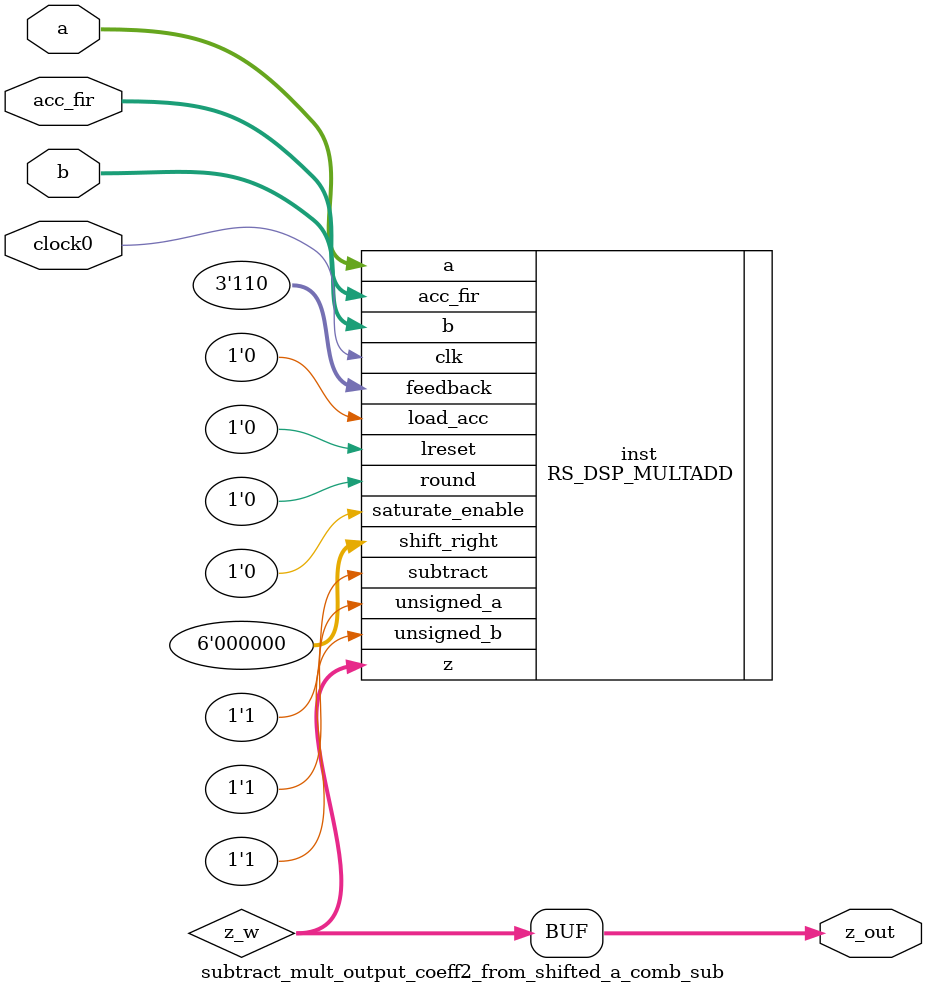
<source format=v>
`define SUBTRACT_MULT_OUTPUT_COEFF2_FROM_SHIFTED_A_COMB 1
module subtract_mult_output_coeff2_from_shifted_a_comb(
    input  wire                               clock0 ,
    input  wire [                       19:0] a      ,
    input  wire [                       17:0] b      ,
    input  wire [                        5:0] acc_fir,
    output wire [                       37:0] z_out  ,
    input       [$clog2(`SUBTRACT_MULT_OUTPUT_COEFF2_FROM_SHIFTED_A_COMB)-1:0] id
);
    reg  [19:0] a_Inst      [0:`SUBTRACT_MULT_OUTPUT_COEFF2_FROM_SHIFTED_A_COMB-1];
    reg  [17:0] b_Inst      [0:`SUBTRACT_MULT_OUTPUT_COEFF2_FROM_SHIFTED_A_COMB-1];
    reg  [ 5:0] acc_fir_Inst[0:`SUBTRACT_MULT_OUTPUT_COEFF2_FROM_SHIFTED_A_COMB-1];
    wire [37:0] z_out_Inst  [0:`SUBTRACT_MULT_OUTPUT_COEFF2_FROM_SHIFTED_A_COMB-1];

genvar i;
integer j;
generate
    for (i = 0; i < `SUBTRACT_MULT_OUTPUT_COEFF2_FROM_SHIFTED_A_COMB; i=i+1) begin
        subtract_mult_output_coeff2_from_shifted_a_comb_sub subtract_mult_output_coeff2_from_shifted_a_comb_sub (
            .clock0 (clock0),
            .a      (a_Inst[i]      ),
            .b      (b_Inst[i]      ),
            .acc_fir(acc_fir_Inst[i]),
            .z_out  (z_out_Inst[i]  )
        );
    end
endgenerate


always @(*) begin

    for (j = 0; j < `SUBTRACT_MULT_OUTPUT_COEFF2_FROM_SHIFTED_A_COMB; j=j+1) begin
        a_Inst[j]  = 'd0;
        b_Inst[j]       = 'd0;
        acc_fir_Inst[j] = 'd0;
    end
    a_Inst[id]  = a;
    b_Inst[id]       = b;
    acc_fir_Inst[id] = acc_fir;

end

assign z_out = z_out_Inst[id];

endmodule

module subtract_mult_output_coeff2_from_shifted_a_comb_sub (
    input  wire clock0,
	input  wire [19:0] a,
    input  wire [17:0] b,
    input  wire [5:0] acc_fir,
    output wire [37:0] z_out
    );
    parameter [0:79] MODE_BITS = 80'h800000000; 

    wire [37:0] z_w;

	RS_DSP_MULTADD #(
    .MODE_BITS(MODE_BITS)) 
        inst(.a(a), .b(b), .z(z_w), .clk(clock0), .lreset(1'b0), .load_acc(1'b0), .feedback(3'd6),
        .acc_fir(acc_fir),.unsigned_a(1'b1), .unsigned_b(1'b1),
        .saturate_enable(1'b0), .shift_right(6'd0), .round(1'b0), .subtract(1'b1));
	
    assign z_out = z_w;

endmodule
</source>
